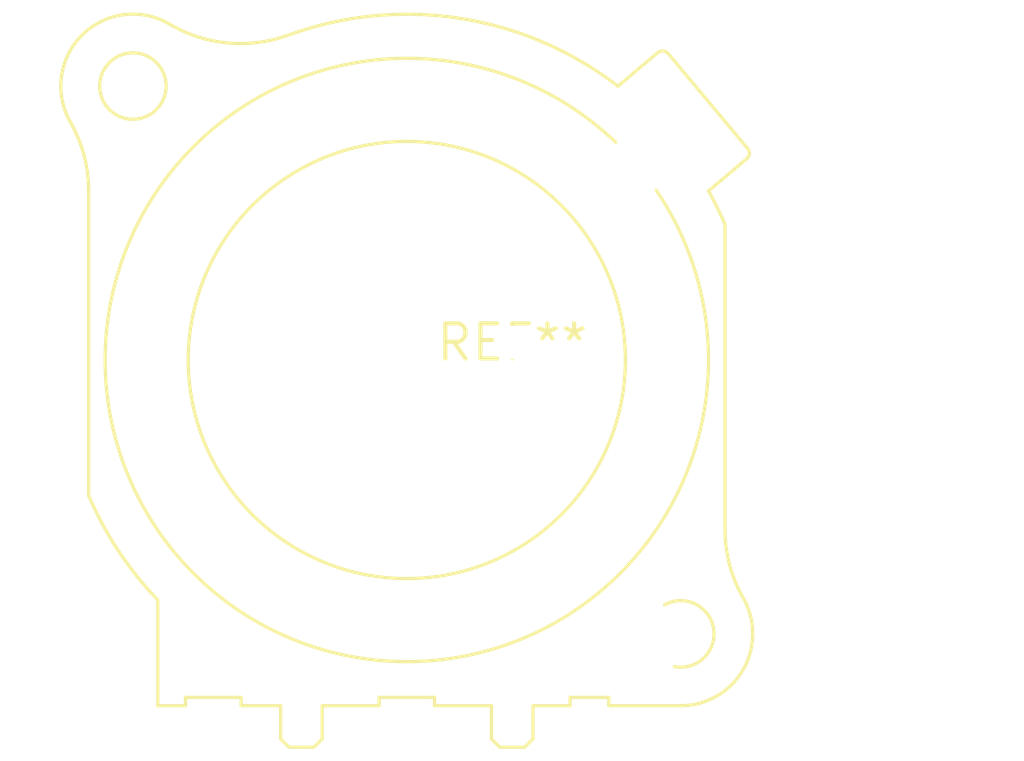
<source format=kicad_pcb>
(kicad_pcb (version 20240108) (generator pcbnew)
  (layers (0 "F.Cu" signal) (31 "B.Cu" signal) (34 "B.Paste" user) (35 "F.Paste" user) (36 "B.SilkS" user "B.Silkscreen") (37 "F.SilkS" user "F.Silkscreen") (38 "B.Mask" user) (39 "F.Mask" user) (44 "Edge.Cuts" user))
  (net 0 "")
  (footprint "Jack_XLR_Neutrik_NC5FAV-SW_Vertical" (layer "F.Cu") (at 0 0)
    (property "Reference" "REF**")
    (property "Value" "Jack_XLR_Neutrik_NC5FAV-SW_Vertical")
    (fp_line (start -15.31 -5.5) (end -15.31 5.53) (layer "F.SilkS") (stroke (width 0.12)))
    (fp_line (start -12.81 9.31) (end -12.81 13.13) (layer "F.SilkS") (stroke (width 0.12)))
    (fp_line (start -11.81 12.83) (end -11.81 13.13) (layer "F.SilkS") (stroke (width 0.12)))
    (fp_line (start -11.81 12.83) (end -9.8 12.83) (layer "F.SilkS") (stroke (width 0.12)))
    (fp_line (start -11.81 13.13) (end -12.81 13.13) (layer "F.SilkS") (stroke (width 0.12)))
    (fp_line (start -9.8 12.83) (end -9.8 13.13) (layer "F.SilkS") (stroke (width 0.12)))
    (fp_line (start -8.37 13.13) (end -9.8 13.13) (layer "F.SilkS") (stroke (width 0.12)))
    (fp_line (start -8.37 13.13) (end -8.37 14.33) (layer "F.SilkS") (stroke (width 0.12)))
    (fp_line (start -8.37 14.33) (end -8.07 14.63) (layer "F.SilkS") (stroke (width 0.12)))
    (fp_line (start -8.07 14.63) (end -7.17 14.63) (layer "F.SilkS") (stroke (width 0.12)))
    (fp_line (start -6.87 13.13) (end -6.87 14.33) (layer "F.SilkS") (stroke (width 0.12)))
    (fp_line (start -6.87 14.33) (end -7.17 14.63) (layer "F.SilkS") (stroke (width 0.12)))
    (fp_line (start -4.81 12.83) (end -4.81 13.13) (layer "F.SilkS") (stroke (width 0.12)))
    (fp_line (start -4.81 12.83) (end -2.81 12.83) (layer "F.SilkS") (stroke (width 0.12)))
    (fp_line (start -4.81 13.13) (end -6.87 13.13) (layer "F.SilkS") (stroke (width 0.12)))
    (fp_line (start -2.81 12.83) (end -2.81 13.13) (layer "F.SilkS") (stroke (width 0.12)))
    (fp_line (start -0.75 13.13) (end -2.81 13.13) (layer "F.SilkS") (stroke (width 0.12)))
    (fp_line (start -0.75 13.13) (end -0.75 14.33) (layer "F.SilkS") (stroke (width 0.12)))
    (fp_line (start -0.75 14.33) (end -0.45 14.63) (layer "F.SilkS") (stroke (width 0.12)))
    (fp_line (start -0.45 14.63) (end 0.45 14.63) (layer "F.SilkS") (stroke (width 0.12)))
    (fp_line (start 0.75 13.13) (end 0.75 14.33) (layer "F.SilkS") (stroke (width 0.12)))
    (fp_line (start 0.75 14.33) (end 0.45 14.63) (layer "F.SilkS") (stroke (width 0.12)))
    (fp_line (start 2.09 12.83) (end 2.09 13.13) (layer "F.SilkS") (stroke (width 0.12)))
    (fp_line (start 2.09 12.83) (end 3.49 12.83) (layer "F.SilkS") (stroke (width 0.12)))
    (fp_line (start 2.09 13.13) (end 0.75 13.13) (layer "F.SilkS") (stroke (width 0.12)))
    (fp_line (start 3.49 12.83) (end 3.49 13.13) (layer "F.SilkS") (stroke (width 0.12)))
    (fp_line (start 3.82 -9.26) (end 5.23 -10.45) (layer "F.SilkS") (stroke (width 0.12)))
    (fp_line (start 6.09 13.13) (end 3.49 13.13) (layer "F.SilkS") (stroke (width 0.12)))
    (fp_line (start 7.69 6.77) (end 7.69 -4.26) (layer "F.SilkS") (stroke (width 0.12)))
    (fp_line (start 8.45 -6.62) (end 7.09 -5.47) (layer "F.SilkS") (stroke (width 0.12)))
    (fp_line (start 8.48 -7.04) (end 5.66 -10.41) (layer "F.SilkS") (stroke (width 0.12)))
    (fp_arc (start -15.979585 -7.98114) (mid -15.531071 -11.122847) (end -12.38 -11.5) (layer "F.SilkS") (stroke (width 0.12)))
    (fp_arc (start -15.978065 -7.979621) (mid -15.482459 -6.783342) (end -15.31 -5.5) (layer "F.SilkS") (stroke (width 0.12)))
    (fp_arc (start -12.822247 9.294702) (mid -14.237431 7.525553) (end -15.31 5.53) (layer "F.SilkS") (stroke (width 0.12)))
    (fp_arc (start -8.091246 -11.107072) (mid -10.279718 -10.822246) (end -12.38 -11.5) (layer "F.SilkS") (stroke (width 0.12)))
    (fp_arc (start -8.076266 -11.109228) (mid -1.890733 -11.711835) (end 3.82 -9.26) (layer "F.SilkS") (stroke (width 0.12)))
    (fp_arc (start 5.199539 -5.504132) (mid -12.134617 7.674992) (end 3.74 -7.23) (layer "F.SilkS") (stroke (width 0.12)))
    (fp_arc (start 5.235458 -10.453787) (mid 5.458172 -10.533142) (end 5.66 -10.41) (layer "F.SilkS") (stroke (width 0.12)))
    (fp_arc (start 5.507701 9.483226) (mid 7.277502 10.347546) (end 5.86 11.715) (layer "F.SilkS") (stroke (width 0.12)))
    (fp_arc (start 7.094079 -5.473362) (mid 7.408456 -4.874744) (end 7.69 -4.26) (layer "F.SilkS") (stroke (width 0.12)))
    (fp_arc (start 7.298541 12.835196) (mid 7.274335 12.847725) (end 7.25 12.86) (layer "F.SilkS") (stroke (width 0.12)))
    (fp_arc (start 8.350687 9.245751) (mid 8.337115 11.837852) (end 6.09 13.13) (layer "F.SilkS") (stroke (width 0.12)))
    (fp_arc (start 8.351797 9.24598) (mid 7.859562 8.051113) (end 7.69 6.77) (layer "F.SilkS") (stroke (width 0.12)))
    (fp_arc (start 8.486269 -7.03217) (mid 8.569764 -6.817142) (end 8.45 -6.62) (layer "F.SilkS") (stroke (width 0.12)))
    (fp_circle (center -13.71 -9.265) (end -12.51 -9.265) (layer "F.SilkS") (stroke (width 0.12)) (fill none))
    (fp_circle (center -3.81 0.635) (end 4.09 0.635) (layer "F.SilkS") (stroke (width 0.12)) (fill none))
    (pad "1" thru_hole circle (at 0 0) (size 2.9 2.9) (drill 1.2) (layers *.Cu *.Mask) (remove_unused_layers))
    (pad "2" thru_hole circle (at -0.635 3.175) (size 2.9 2.9) (drill 1.2) (layers *.Cu *.Mask) (remove_unused_layers))
    (pad "3" thru_hole circle (at -3.81 5.08) (size 2.9 2.9) (drill 1.2) (layers *.Cu *.Mask) (remove_unused_layers))
    (pad "4" thru_hole circle (at -6.985 3.175) (size 2.9 2.9) (drill 1.2) (layers *.Cu *.Mask) (remove_unused_layers))
    (pad "5" thru_hole circle (at -7.62 -0.635) (size 2.9 2.9) (drill 1.2) (layers *.Cu *.Mask) (remove_unused_layers))
    (pad "G" thru_hole circle (at 4.445 10.795) (size 2.9 2.9) (drill 1.2) (layers *.Cu *.Mask) (remove_unused_layers))
    (pad "N" thru_hole circle (at 4.445 -6.35) (size 1.8 1.8) (drill 1.2) (layers *.Cu *.Mask) (remove_unused_layers))
    (pad "NC" thru_hole circle (at 2.54 -5.715) (size 1.8 1.8) (drill 1.2) (layers *.Cu *.Mask) (remove_unused_layers))
    (pad "NO" thru_hole circle (at 6.35 -6.985) (size 1.8 1.8) (drill 1.2) (layers *.Cu *.Mask) (remove_unused_layers))
  )
)
</source>
